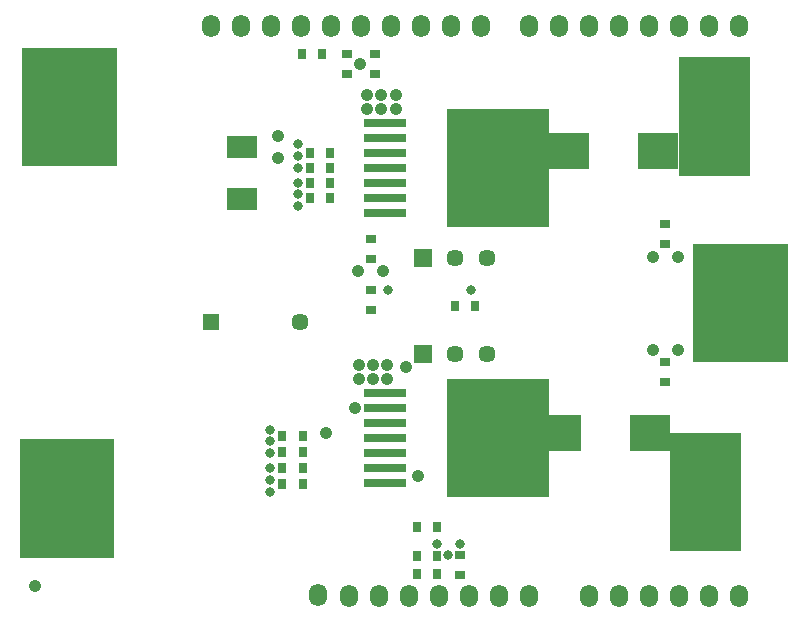
<source format=gts>
%FSLAX33Y33*%
%MOMM*%
%AMRect-W670710-H870710-RO0.500*
21,1,0.67071,0.87071,0.,0.,270*%
%AMRect-W1450000-H1450000-RO0.500*
21,1,1.45,1.45,0.,0.,270*%
%AMRect-W670710-H870710-RO1.000*
21,1,0.67071,0.87071,0.,0.,180*%
%AMRect-W750001-H3550001-RO1.500*
21,1,0.750001,3.550001,0.,0.,90*%
%AMRect-W10000000-H8600001-RO1.500*
21,1,10.,8.600001,0.,0.,90*%
%AMRect-W1800000-H2500000-RO0.500*
21,1,1.8,2.5,0.,0.,270*%
%AMRR-H1905000-W1524000-R762000-RO0.000*
21,1,1.524,0.381,0.,0.,360*
1,1,1.524,0.,0.1905*
1,1,1.524,0.,0.1905*
1,1,1.524,0.,-0.1905*
1,1,1.524,-0.,-0.1905*%
%AMRect-W670710-H870710-RO1.500*
21,1,0.67071,0.87071,0.,0.,90*%
%ADD10C,0.0508*%
%ADD11C,0.8*%
%ADD12C,1.07*%
%ADD13C,0.*%
%ADD14Rect-W670710-H870710-RO0.500*%
%ADD15C,1.45*%
%ADD16Rect-W1450000-H1450000-RO0.500*%
%ADD17Rect-W670710-H870710-RO1.000*%
%ADD18R,1.45X1.45*%
%ADD19C,1.45*%
%ADD20C,0.7*%
%ADD21Rect-W750001-H3550001-RO1.500*%
%ADD22Rect-W10000000-H8600001-RO1.500*%
%ADD23Rect-W1800000-H2500000-RO0.500*%
%ADD24R,0.67071X0.87071*%
%ADD25RR-H1905000-W1524000-R762000-RO0.000*%
%ADD26Rect-W670710-H870710-RO1.500*%
%ADD27R,3.5X3.1*%
D10*
%LNpour fill*%
G01*
X67571Y32369D02*
X67571Y32369D01*
X59622Y32369*
X59622Y22420*
X67571Y22420*
X67571Y32369*
X59622Y22444D02*
X67571Y22444D01*
X59622Y22493D02*
X67571Y22493D01*
X59622Y22543D02*
X67571Y22543D01*
X59622Y22592D02*
X67571Y22592D01*
X59622Y22642D02*
X67571Y22642D01*
X59622Y22691D02*
X67571Y22691D01*
X59622Y22741D02*
X67571Y22741D01*
X59622Y22790D02*
X67571Y22790D01*
X59622Y22840D02*
X67571Y22840D01*
X59622Y22889D02*
X67571Y22889D01*
X59622Y22939D02*
X67571Y22939D01*
X59622Y22989D02*
X67571Y22989D01*
X59622Y23038D02*
X67571Y23038D01*
X59622Y23088D02*
X67571Y23088D01*
X59622Y23137D02*
X67571Y23137D01*
X59622Y23187D02*
X67571Y23187D01*
X59622Y23236D02*
X67571Y23236D01*
X59622Y23286D02*
X67571Y23286D01*
X59622Y23335D02*
X67571Y23335D01*
X59622Y23385D02*
X67571Y23385D01*
X59622Y23434D02*
X67571Y23434D01*
X59622Y23484D02*
X67571Y23484D01*
X59622Y23533D02*
X67571Y23533D01*
X59622Y23583D02*
X67571Y23583D01*
X59622Y23632D02*
X67571Y23632D01*
X59622Y23682D02*
X67571Y23682D01*
X59622Y23732D02*
X67571Y23732D01*
X59622Y23781D02*
X67571Y23781D01*
X59622Y23831D02*
X67571Y23831D01*
X59622Y23880D02*
X67571Y23880D01*
X59622Y23930D02*
X67571Y23930D01*
X59622Y23979D02*
X67571Y23979D01*
X59622Y24029D02*
X67571Y24029D01*
X59622Y24078D02*
X67571Y24078D01*
X59622Y24128D02*
X67571Y24128D01*
X59622Y24177D02*
X67571Y24177D01*
X59622Y24227D02*
X67571Y24227D01*
X59622Y24276D02*
X67571Y24276D01*
X59622Y24326D02*
X67571Y24326D01*
X59622Y24375D02*
X67571Y24375D01*
X59622Y24425D02*
X67571Y24425D01*
X59622Y24474D02*
X67571Y24474D01*
X59622Y24524D02*
X67571Y24524D01*
X59622Y24574D02*
X67571Y24574D01*
X59622Y24623D02*
X67571Y24623D01*
X59622Y24673D02*
X67571Y24673D01*
X59622Y24722D02*
X67571Y24722D01*
X59622Y24772D02*
X67571Y24772D01*
X59622Y24821D02*
X67571Y24821D01*
X59622Y24871D02*
X67571Y24871D01*
X59622Y24920D02*
X67571Y24920D01*
X59622Y24970D02*
X67571Y24970D01*
X59622Y25019D02*
X67571Y25019D01*
X59622Y25069D02*
X67571Y25069D01*
X59622Y25118D02*
X67571Y25118D01*
X59622Y25168D02*
X67571Y25168D01*
X59622Y25217D02*
X67571Y25217D01*
X59622Y25267D02*
X67571Y25267D01*
X59622Y25316D02*
X67571Y25316D01*
X59622Y25366D02*
X67571Y25366D01*
X59622Y25416D02*
X67571Y25416D01*
X59622Y25465D02*
X67571Y25465D01*
X59622Y25515D02*
X67571Y25515D01*
X59622Y25564D02*
X67571Y25564D01*
X59622Y25614D02*
X67571Y25614D01*
X59622Y25663D02*
X67571Y25663D01*
X59622Y25713D02*
X67571Y25713D01*
X59622Y25762D02*
X67571Y25762D01*
X59622Y25812D02*
X67571Y25812D01*
X59622Y25861D02*
X67571Y25861D01*
X59622Y25911D02*
X67571Y25911D01*
X59622Y25960D02*
X67571Y25960D01*
X59622Y26010D02*
X67571Y26010D01*
X59622Y26059D02*
X67571Y26059D01*
X59622Y26109D02*
X67571Y26109D01*
X59622Y26158D02*
X67571Y26158D01*
X59622Y26208D02*
X67571Y26208D01*
X59622Y26258D02*
X67571Y26258D01*
X59622Y26307D02*
X67571Y26307D01*
X59622Y26357D02*
X67571Y26357D01*
X59622Y26406D02*
X67571Y26406D01*
X59622Y26456D02*
X67571Y26456D01*
X59622Y26505D02*
X67571Y26505D01*
X59622Y26555D02*
X67571Y26555D01*
X59622Y26604D02*
X67571Y26604D01*
X59622Y26654D02*
X67571Y26654D01*
X59622Y26703D02*
X67571Y26703D01*
X59622Y26753D02*
X67571Y26753D01*
X59622Y26802D02*
X67571Y26802D01*
X59622Y26852D02*
X67571Y26852D01*
X59622Y26901D02*
X67571Y26901D01*
X59622Y26951D02*
X67571Y26951D01*
X59622Y27000D02*
X67571Y27000D01*
X59622Y27050D02*
X67571Y27050D01*
X59622Y27100D02*
X67571Y27100D01*
X59622Y27149D02*
X67571Y27149D01*
X59622Y27199D02*
X67571Y27199D01*
X59622Y27248D02*
X67571Y27248D01*
X59622Y27298D02*
X67571Y27298D01*
X59622Y27347D02*
X67571Y27347D01*
X59622Y27397D02*
X67571Y27397D01*
X59622Y27446D02*
X67571Y27446D01*
X59622Y27496D02*
X67571Y27496D01*
X59622Y27545D02*
X67571Y27545D01*
X59622Y27595D02*
X67571Y27595D01*
X59622Y27644D02*
X67571Y27644D01*
X59622Y27694D02*
X67571Y27694D01*
X59622Y27743D02*
X67571Y27743D01*
X59622Y27793D02*
X67571Y27793D01*
X59622Y27842D02*
X67571Y27842D01*
X59622Y27892D02*
X67571Y27892D01*
X59622Y27942D02*
X67571Y27942D01*
X59622Y27991D02*
X67571Y27991D01*
X59622Y28041D02*
X67571Y28041D01*
X59622Y28090D02*
X67571Y28090D01*
X59622Y28140D02*
X67571Y28140D01*
X59622Y28189D02*
X67571Y28189D01*
X59622Y28239D02*
X67571Y28239D01*
X59622Y28288D02*
X67571Y28288D01*
X59622Y28338D02*
X67571Y28338D01*
X59622Y28387D02*
X67571Y28387D01*
X59622Y28437D02*
X67571Y28437D01*
X59622Y28486D02*
X67571Y28486D01*
X59622Y28536D02*
X67571Y28536D01*
X59622Y28585D02*
X67571Y28585D01*
X59622Y28635D02*
X67571Y28635D01*
X59622Y28684D02*
X67571Y28684D01*
X59622Y28734D02*
X67571Y28734D01*
X59622Y28784D02*
X67571Y28784D01*
X59622Y28833D02*
X67571Y28833D01*
X59622Y28883D02*
X67571Y28883D01*
X59622Y28932D02*
X67571Y28932D01*
X59622Y28982D02*
X67571Y28982D01*
X59622Y29031D02*
X67571Y29031D01*
X59622Y29081D02*
X67571Y29081D01*
X59622Y29130D02*
X67571Y29130D01*
X59622Y29180D02*
X67571Y29180D01*
X59622Y29229D02*
X67571Y29229D01*
X59622Y29279D02*
X67571Y29279D01*
X59622Y29328D02*
X67571Y29328D01*
X59622Y29378D02*
X67571Y29378D01*
X59622Y29427D02*
X67571Y29427D01*
X59622Y29477D02*
X67571Y29477D01*
X59622Y29527D02*
X67571Y29527D01*
X59622Y29576D02*
X67571Y29576D01*
X59622Y29626D02*
X67571Y29626D01*
X59622Y29675D02*
X67571Y29675D01*
X59622Y29725D02*
X67571Y29725D01*
X59622Y29774D02*
X67571Y29774D01*
X59622Y29824D02*
X67571Y29824D01*
X59622Y29873D02*
X67571Y29873D01*
X59622Y29923D02*
X67571Y29923D01*
X59622Y29972D02*
X67571Y29972D01*
X59622Y30022D02*
X67571Y30022D01*
X59622Y30071D02*
X67571Y30071D01*
X59622Y30121D02*
X67571Y30121D01*
X59622Y30170D02*
X67571Y30170D01*
X59622Y30220D02*
X67571Y30220D01*
X59622Y30269D02*
X67571Y30269D01*
X59622Y30319D02*
X67571Y30319D01*
X59622Y30369D02*
X67571Y30369D01*
X59622Y30418D02*
X67571Y30418D01*
X59622Y30468D02*
X67571Y30468D01*
X59622Y30517D02*
X67571Y30517D01*
X59622Y30567D02*
X67571Y30567D01*
X59622Y30616D02*
X67571Y30616D01*
X59622Y30666D02*
X67571Y30666D01*
X59622Y30715D02*
X67571Y30715D01*
X59622Y30765D02*
X67571Y30765D01*
X59622Y30814D02*
X67571Y30814D01*
X59622Y30864D02*
X67571Y30864D01*
X59622Y30913D02*
X67571Y30913D01*
X59622Y30963D02*
X67571Y30963D01*
X59622Y31012D02*
X67571Y31012D01*
X59622Y31062D02*
X67571Y31062D01*
X59622Y31111D02*
X67571Y31111D01*
X59622Y31161D02*
X67571Y31161D01*
X59622Y31211D02*
X67571Y31211D01*
X59622Y31260D02*
X67571Y31260D01*
X59622Y31310D02*
X67571Y31310D01*
X59622Y31359D02*
X67571Y31359D01*
X59622Y31409D02*
X67571Y31409D01*
X59622Y31458D02*
X67571Y31458D01*
X59622Y31508D02*
X67571Y31508D01*
X59622Y31557D02*
X67571Y31557D01*
X59622Y31607D02*
X67571Y31607D01*
X59622Y31656D02*
X67571Y31656D01*
X59622Y31706D02*
X67571Y31706D01*
X59622Y31755D02*
X67571Y31755D01*
X59622Y31805D02*
X67571Y31805D01*
X59622Y31854D02*
X67571Y31854D01*
X59622Y31904D02*
X67571Y31904D01*
X59622Y31953D02*
X67571Y31953D01*
X59622Y32003D02*
X67571Y32003D01*
X59622Y32053D02*
X67571Y32053D01*
X59622Y32102D02*
X67571Y32102D01*
X59622Y32152D02*
X67571Y32152D01*
X59622Y32201D02*
X67571Y32201D01*
X59622Y32251D02*
X67571Y32251D01*
X59622Y32300D02*
X67571Y32300D01*
X59622Y32350D02*
X67571Y32350D01*
%LNpour fill*%
X10559Y15795D02*
X10559Y15795D01*
X2609Y15795*
X2609Y5846*
X10559Y5846*
X10559Y15795*
X2609Y5870D02*
X10559Y5870D01*
X2609Y5919D02*
X10559Y5919D01*
X2609Y5969D02*
X10559Y5969D01*
X2609Y6018D02*
X10559Y6018D01*
X2609Y6068D02*
X10559Y6068D01*
X2609Y6118D02*
X10559Y6118D01*
X2609Y6167D02*
X10559Y6167D01*
X2609Y6217D02*
X10559Y6217D01*
X2609Y6266D02*
X10559Y6266D01*
X2609Y6316D02*
X10559Y6316D01*
X2609Y6365D02*
X10559Y6365D01*
X2609Y6415D02*
X10559Y6415D01*
X2609Y6464D02*
X10559Y6464D01*
X2609Y6514D02*
X10559Y6514D01*
X2609Y6563D02*
X10559Y6563D01*
X2609Y6613D02*
X10559Y6613D01*
X2609Y6662D02*
X10559Y6662D01*
X2609Y6712D02*
X10559Y6712D01*
X2609Y6761D02*
X10559Y6761D01*
X2609Y6811D02*
X10559Y6811D01*
X2609Y6860D02*
X10559Y6860D01*
X2609Y6910D02*
X10559Y6910D01*
X2609Y6960D02*
X10559Y6960D01*
X2609Y7009D02*
X10559Y7009D01*
X2609Y7059D02*
X10559Y7059D01*
X2609Y7108D02*
X10559Y7108D01*
X2609Y7158D02*
X10559Y7158D01*
X2609Y7207D02*
X10559Y7207D01*
X2609Y7257D02*
X10559Y7257D01*
X2609Y7306D02*
X10559Y7306D01*
X2609Y7356D02*
X10559Y7356D01*
X2609Y7405D02*
X10559Y7405D01*
X2609Y7455D02*
X10559Y7455D01*
X2609Y7504D02*
X10559Y7504D01*
X2609Y7554D02*
X10559Y7554D01*
X2609Y7603D02*
X10559Y7603D01*
X2609Y7653D02*
X10559Y7653D01*
X2609Y7702D02*
X10559Y7702D01*
X2609Y7752D02*
X10559Y7752D01*
X2609Y7802D02*
X10559Y7802D01*
X2609Y7851D02*
X10559Y7851D01*
X2609Y7901D02*
X10559Y7901D01*
X2609Y7950D02*
X10559Y7950D01*
X2609Y8000D02*
X10559Y8000D01*
X2609Y8049D02*
X10559Y8049D01*
X2609Y8099D02*
X10559Y8099D01*
X2609Y8148D02*
X10559Y8148D01*
X2609Y8198D02*
X10559Y8198D01*
X2609Y8247D02*
X10559Y8247D01*
X2609Y8297D02*
X10559Y8297D01*
X2609Y8346D02*
X10559Y8346D01*
X2609Y8396D02*
X10559Y8396D01*
X2609Y8445D02*
X10559Y8445D01*
X2609Y8495D02*
X10559Y8495D01*
X2609Y8544D02*
X10559Y8544D01*
X2609Y8594D02*
X10559Y8594D01*
X2609Y8644D02*
X10559Y8644D01*
X2609Y8693D02*
X10559Y8693D01*
X2609Y8743D02*
X10559Y8743D01*
X2609Y8792D02*
X10559Y8792D01*
X2609Y8842D02*
X10559Y8842D01*
X2609Y8891D02*
X10559Y8891D01*
X2609Y8941D02*
X10559Y8941D01*
X2609Y8990D02*
X10559Y8990D01*
X2609Y9040D02*
X10559Y9040D01*
X2609Y9089D02*
X10559Y9089D01*
X2609Y9139D02*
X10559Y9139D01*
X2609Y9188D02*
X10559Y9188D01*
X2609Y9238D02*
X10559Y9238D01*
X2609Y9287D02*
X10559Y9287D01*
X2609Y9337D02*
X10559Y9337D01*
X2609Y9387D02*
X10559Y9387D01*
X2609Y9436D02*
X10559Y9436D01*
X2609Y9486D02*
X10559Y9486D01*
X2609Y9535D02*
X10559Y9535D01*
X2609Y9585D02*
X10559Y9585D01*
X2609Y9634D02*
X10559Y9634D01*
X2609Y9684D02*
X10559Y9684D01*
X2609Y9733D02*
X10559Y9733D01*
X2609Y9783D02*
X10559Y9783D01*
X2609Y9832D02*
X10559Y9832D01*
X2609Y9882D02*
X10559Y9882D01*
X2609Y9931D02*
X10559Y9931D01*
X2609Y9981D02*
X10559Y9981D01*
X2609Y10030D02*
X10559Y10030D01*
X2609Y10080D02*
X10559Y10080D01*
X2609Y10129D02*
X10559Y10129D01*
X2609Y10179D02*
X10559Y10179D01*
X2609Y10229D02*
X10559Y10229D01*
X2609Y10278D02*
X10559Y10278D01*
X2609Y10328D02*
X10559Y10328D01*
X2609Y10377D02*
X10559Y10377D01*
X2609Y10427D02*
X10559Y10427D01*
X2609Y10476D02*
X10559Y10476D01*
X2609Y10526D02*
X10559Y10526D01*
X2609Y10575D02*
X10559Y10575D01*
X2609Y10625D02*
X10559Y10625D01*
X2609Y10674D02*
X10559Y10674D01*
X2609Y10724D02*
X10559Y10724D01*
X2609Y10773D02*
X10559Y10773D01*
X2609Y10823D02*
X10559Y10823D01*
X2609Y10872D02*
X10559Y10872D01*
X2609Y10922D02*
X10559Y10922D01*
X2609Y10971D02*
X10559Y10971D01*
X2609Y11021D02*
X10559Y11021D01*
X2609Y11071D02*
X10559Y11071D01*
X2609Y11120D02*
X10559Y11120D01*
X2609Y11170D02*
X10559Y11170D01*
X2609Y11219D02*
X10559Y11219D01*
X2609Y11269D02*
X10559Y11269D01*
X2609Y11318D02*
X10559Y11318D01*
X2609Y11368D02*
X10559Y11368D01*
X2609Y11417D02*
X10559Y11417D01*
X2609Y11467D02*
X10559Y11467D01*
X2609Y11516D02*
X10559Y11516D01*
X2609Y11566D02*
X10559Y11566D01*
X2609Y11615D02*
X10559Y11615D01*
X2609Y11665D02*
X10559Y11665D01*
X2609Y11714D02*
X10559Y11714D01*
X2609Y11764D02*
X10559Y11764D01*
X2609Y11813D02*
X10559Y11813D01*
X2609Y11863D02*
X10559Y11863D01*
X2609Y11913D02*
X10559Y11913D01*
X2609Y11962D02*
X10559Y11962D01*
X2609Y12012D02*
X10559Y12012D01*
X2609Y12061D02*
X10559Y12061D01*
X2609Y12111D02*
X10559Y12111D01*
X2609Y12160D02*
X10559Y12160D01*
X2609Y12210D02*
X10559Y12210D01*
X2609Y12259D02*
X10559Y12259D01*
X2609Y12309D02*
X10559Y12309D01*
X2609Y12358D02*
X10559Y12358D01*
X2609Y12408D02*
X10559Y12408D01*
X2609Y12457D02*
X10559Y12457D01*
X2609Y12507D02*
X10559Y12507D01*
X2609Y12556D02*
X10559Y12556D01*
X2609Y12606D02*
X10559Y12606D01*
X2609Y12655D02*
X10559Y12655D01*
X2609Y12705D02*
X10559Y12705D01*
X2609Y12755D02*
X10559Y12755D01*
X2609Y12804D02*
X10559Y12804D01*
X2609Y12854D02*
X10559Y12854D01*
X2609Y12903D02*
X10559Y12903D01*
X2609Y12953D02*
X10559Y12953D01*
X2609Y13002D02*
X10559Y13002D01*
X2609Y13052D02*
X10559Y13052D01*
X2609Y13101D02*
X10559Y13101D01*
X2609Y13151D02*
X10559Y13151D01*
X2609Y13200D02*
X10559Y13200D01*
X2609Y13250D02*
X10559Y13250D01*
X2609Y13299D02*
X10559Y13299D01*
X2609Y13349D02*
X10559Y13349D01*
X2609Y13398D02*
X10559Y13398D01*
X2609Y13448D02*
X10559Y13448D01*
X2609Y13497D02*
X10559Y13497D01*
X2609Y13547D02*
X10559Y13547D01*
X2609Y13597D02*
X10559Y13597D01*
X2609Y13646D02*
X10559Y13646D01*
X2609Y13696D02*
X10559Y13696D01*
X2609Y13745D02*
X10559Y13745D01*
X2609Y13795D02*
X10559Y13795D01*
X2609Y13844D02*
X10559Y13844D01*
X2609Y13894D02*
X10559Y13894D01*
X2609Y13943D02*
X10559Y13943D01*
X2609Y13993D02*
X10559Y13993D01*
X2609Y14042D02*
X10559Y14042D01*
X2609Y14092D02*
X10559Y14092D01*
X2609Y14141D02*
X10559Y14141D01*
X2609Y14191D02*
X10559Y14191D01*
X2609Y14240D02*
X10559Y14240D01*
X2609Y14290D02*
X10559Y14290D01*
X2609Y14340D02*
X10559Y14340D01*
X2609Y14389D02*
X10559Y14389D01*
X2609Y14439D02*
X10559Y14439D01*
X2609Y14488D02*
X10559Y14488D01*
X2609Y14538D02*
X10559Y14538D01*
X2609Y14587D02*
X10559Y14587D01*
X2609Y14637D02*
X10559Y14637D01*
X2609Y14686D02*
X10559Y14686D01*
X2609Y14736D02*
X10559Y14736D01*
X2609Y14785D02*
X10559Y14785D01*
X2609Y14835D02*
X10559Y14835D01*
X2609Y14884D02*
X10559Y14884D01*
X2609Y14934D02*
X10559Y14934D01*
X2609Y14983D02*
X10559Y14983D01*
X2609Y15033D02*
X10559Y15033D01*
X2609Y15082D02*
X10559Y15082D01*
X2609Y15132D02*
X10559Y15132D01*
X2609Y15182D02*
X10559Y15182D01*
X2609Y15231D02*
X10559Y15231D01*
X2609Y15281D02*
X10559Y15281D01*
X2609Y15330D02*
X10559Y15330D01*
X2609Y15380D02*
X10559Y15380D01*
X2609Y15429D02*
X10559Y15429D01*
X2609Y15479D02*
X10559Y15479D01*
X2609Y15528D02*
X10559Y15528D01*
X2609Y15578D02*
X10559Y15578D01*
X2609Y15627D02*
X10559Y15627D01*
X2609Y15677D02*
X10559Y15677D01*
X2609Y15726D02*
X10559Y15726D01*
X2609Y15776D02*
X10559Y15776D01*
%LNpour fill*%
X64375Y48150D02*
X64375Y48150D01*
X58425Y48150*
X58425Y38200*
X64375Y38200*
X64375Y48150*
X58425Y38225D02*
X64375Y38225D01*
X58425Y38274D02*
X64375Y38274D01*
X58425Y38324D02*
X64375Y38324D01*
X58425Y38373D02*
X64375Y38373D01*
X58425Y38423D02*
X64375Y38423D01*
X58425Y38472D02*
X64375Y38472D01*
X58425Y38522D02*
X64375Y38522D01*
X58425Y38571D02*
X64375Y38571D01*
X58425Y38621D02*
X64375Y38621D01*
X58425Y38670D02*
X64375Y38670D01*
X58425Y38720D02*
X64375Y38720D01*
X58425Y38769D02*
X64375Y38769D01*
X58425Y38819D02*
X64375Y38819D01*
X58425Y38868D02*
X64375Y38868D01*
X58425Y38918D02*
X64375Y38918D01*
X58425Y38967D02*
X64375Y38967D01*
X58425Y39017D02*
X64375Y39017D01*
X58425Y39067D02*
X64375Y39067D01*
X58425Y39116D02*
X64375Y39116D01*
X58425Y39166D02*
X64375Y39166D01*
X58425Y39215D02*
X64375Y39215D01*
X58425Y39265D02*
X64375Y39265D01*
X58425Y39314D02*
X64375Y39314D01*
X58425Y39364D02*
X64375Y39364D01*
X58425Y39413D02*
X64375Y39413D01*
X58425Y39463D02*
X64375Y39463D01*
X58425Y39512D02*
X64375Y39512D01*
X58425Y39562D02*
X64375Y39562D01*
X58425Y39611D02*
X64375Y39611D01*
X58425Y39661D02*
X64375Y39661D01*
X58425Y39710D02*
X64375Y39710D01*
X58425Y39760D02*
X64375Y39760D01*
X58425Y39809D02*
X64375Y39809D01*
X58425Y39859D02*
X64375Y39859D01*
X58425Y39909D02*
X64375Y39909D01*
X58425Y39958D02*
X64375Y39958D01*
X58425Y40008D02*
X64375Y40008D01*
X58425Y40057D02*
X64375Y40057D01*
X58425Y40107D02*
X64375Y40107D01*
X58425Y40156D02*
X64375Y40156D01*
X58425Y40206D02*
X64375Y40206D01*
X58425Y40255D02*
X64375Y40255D01*
X58425Y40305D02*
X64375Y40305D01*
X58425Y40354D02*
X64375Y40354D01*
X58425Y40404D02*
X64375Y40404D01*
X58425Y40453D02*
X64375Y40453D01*
X58425Y40503D02*
X64375Y40503D01*
X58425Y40552D02*
X64375Y40552D01*
X58425Y40602D02*
X64375Y40602D01*
X58425Y40651D02*
X64375Y40651D01*
X58425Y40701D02*
X64375Y40701D01*
X58425Y40751D02*
X64375Y40751D01*
X58425Y40800D02*
X64375Y40800D01*
X58425Y40850D02*
X64375Y40850D01*
X58425Y40899D02*
X64375Y40899D01*
X58425Y40949D02*
X64375Y40949D01*
X58425Y40998D02*
X64375Y40998D01*
X58425Y41048D02*
X64375Y41048D01*
X58425Y41097D02*
X64375Y41097D01*
X58425Y41147D02*
X64375Y41147D01*
X58425Y41196D02*
X64375Y41196D01*
X58425Y41246D02*
X64375Y41246D01*
X58425Y41295D02*
X64375Y41295D01*
X58425Y41345D02*
X64375Y41345D01*
X58425Y41394D02*
X64375Y41394D01*
X58425Y41444D02*
X64375Y41444D01*
X58425Y41494D02*
X64375Y41494D01*
X58425Y41543D02*
X64375Y41543D01*
X58425Y41593D02*
X64375Y41593D01*
X58425Y41642D02*
X64375Y41642D01*
X58425Y41692D02*
X64375Y41692D01*
X58425Y41741D02*
X64375Y41741D01*
X58425Y41791D02*
X64375Y41791D01*
X58425Y41840D02*
X64375Y41840D01*
X58425Y41890D02*
X64375Y41890D01*
X58425Y41939D02*
X64375Y41939D01*
X58425Y41989D02*
X64375Y41989D01*
X58425Y42038D02*
X64375Y42038D01*
X58425Y42088D02*
X64375Y42088D01*
X58425Y42137D02*
X64375Y42137D01*
X58425Y42187D02*
X64375Y42187D01*
X58425Y42236D02*
X64375Y42236D01*
X58425Y42286D02*
X64375Y42286D01*
X58425Y42336D02*
X64375Y42336D01*
X58425Y42385D02*
X64375Y42385D01*
X58425Y42435D02*
X64375Y42435D01*
X58425Y42484D02*
X64375Y42484D01*
X58425Y42534D02*
X64375Y42534D01*
X58425Y42583D02*
X64375Y42583D01*
X58425Y42633D02*
X64375Y42633D01*
X58425Y42682D02*
X64375Y42682D01*
X58425Y42732D02*
X64375Y42732D01*
X58425Y42781D02*
X64375Y42781D01*
X58425Y42831D02*
X64375Y42831D01*
X58425Y42880D02*
X64375Y42880D01*
X58425Y42930D02*
X64375Y42930D01*
X58425Y42979D02*
X64375Y42979D01*
X58425Y43029D02*
X64375Y43029D01*
X58425Y43078D02*
X64375Y43078D01*
X58425Y43128D02*
X64375Y43128D01*
X58425Y43178D02*
X64375Y43178D01*
X58425Y43227D02*
X64375Y43227D01*
X58425Y43277D02*
X64375Y43277D01*
X58425Y43326D02*
X64375Y43326D01*
X58425Y43376D02*
X64375Y43376D01*
X58425Y43425D02*
X64375Y43425D01*
X58425Y43475D02*
X64375Y43475D01*
X58425Y43524D02*
X64375Y43524D01*
X58425Y43574D02*
X64375Y43574D01*
X58425Y43623D02*
X64375Y43623D01*
X58425Y43673D02*
X64375Y43673D01*
X58425Y43722D02*
X64375Y43722D01*
X58425Y43772D02*
X64375Y43772D01*
X58425Y43821D02*
X64375Y43821D01*
X58425Y43871D02*
X64375Y43871D01*
X58425Y43920D02*
X64375Y43920D01*
X58425Y43970D02*
X64375Y43970D01*
X58425Y44020D02*
X64375Y44020D01*
X58425Y44069D02*
X64375Y44069D01*
X58425Y44119D02*
X64375Y44119D01*
X58425Y44168D02*
X64375Y44168D01*
X58425Y44218D02*
X64375Y44218D01*
X58425Y44267D02*
X64375Y44267D01*
X58425Y44317D02*
X64375Y44317D01*
X58425Y44366D02*
X64375Y44366D01*
X58425Y44416D02*
X64375Y44416D01*
X58425Y44465D02*
X64375Y44465D01*
X58425Y44515D02*
X64375Y44515D01*
X58425Y44564D02*
X64375Y44564D01*
X58425Y44614D02*
X64375Y44614D01*
X58425Y44663D02*
X64375Y44663D01*
X58425Y44713D02*
X64375Y44713D01*
X58425Y44762D02*
X64375Y44762D01*
X58425Y44812D02*
X64375Y44812D01*
X58425Y44862D02*
X64375Y44862D01*
X58425Y44911D02*
X64375Y44911D01*
X58425Y44961D02*
X64375Y44961D01*
X58425Y45010D02*
X64375Y45010D01*
X58425Y45060D02*
X64375Y45060D01*
X58425Y45109D02*
X64375Y45109D01*
X58425Y45159D02*
X64375Y45159D01*
X58425Y45208D02*
X64375Y45208D01*
X58425Y45258D02*
X64375Y45258D01*
X58425Y45307D02*
X64375Y45307D01*
X58425Y45357D02*
X64375Y45357D01*
X58425Y45406D02*
X64375Y45406D01*
X58425Y45456D02*
X64375Y45456D01*
X58425Y45505D02*
X64375Y45505D01*
X58425Y45555D02*
X64375Y45555D01*
X58425Y45604D02*
X64375Y45604D01*
X58425Y45654D02*
X64375Y45654D01*
X58425Y45704D02*
X64375Y45704D01*
X58425Y45753D02*
X64375Y45753D01*
X58425Y45803D02*
X64375Y45803D01*
X58425Y45852D02*
X64375Y45852D01*
X58425Y45902D02*
X64375Y45902D01*
X58425Y45951D02*
X64375Y45951D01*
X58425Y46001D02*
X64375Y46001D01*
X58425Y46050D02*
X64375Y46050D01*
X58425Y46100D02*
X64375Y46100D01*
X58425Y46149D02*
X64375Y46149D01*
X58425Y46199D02*
X64375Y46199D01*
X58425Y46248D02*
X64375Y46248D01*
X58425Y46298D02*
X64375Y46298D01*
X58425Y46347D02*
X64375Y46347D01*
X58425Y46397D02*
X64375Y46397D01*
X58425Y46447D02*
X64375Y46447D01*
X58425Y46496D02*
X64375Y46496D01*
X58425Y46546D02*
X64375Y46546D01*
X58425Y46595D02*
X64375Y46595D01*
X58425Y46645D02*
X64375Y46645D01*
X58425Y46694D02*
X64375Y46694D01*
X58425Y46744D02*
X64375Y46744D01*
X58425Y46793D02*
X64375Y46793D01*
X58425Y46843D02*
X64375Y46843D01*
X58425Y46892D02*
X64375Y46892D01*
X58425Y46942D02*
X64375Y46942D01*
X58425Y46991D02*
X64375Y46991D01*
X58425Y47041D02*
X64375Y47041D01*
X58425Y47090D02*
X64375Y47090D01*
X58425Y47140D02*
X64375Y47140D01*
X58425Y47189D02*
X64375Y47189D01*
X58425Y47239D02*
X64375Y47239D01*
X58425Y47289D02*
X64375Y47289D01*
X58425Y47338D02*
X64375Y47338D01*
X58425Y47388D02*
X64375Y47388D01*
X58425Y47437D02*
X64375Y47437D01*
X58425Y47487D02*
X64375Y47487D01*
X58425Y47536D02*
X64375Y47536D01*
X58425Y47586D02*
X64375Y47586D01*
X58425Y47635D02*
X64375Y47635D01*
X58425Y47685D02*
X64375Y47685D01*
X58425Y47734D02*
X64375Y47734D01*
X58425Y47784D02*
X64375Y47784D01*
X58425Y47833D02*
X64375Y47833D01*
X58425Y47883D02*
X64375Y47883D01*
X58425Y47932D02*
X64375Y47932D01*
X58425Y47982D02*
X64375Y47982D01*
X58425Y48031D02*
X64375Y48031D01*
X58425Y48081D02*
X64375Y48081D01*
X58425Y48131D02*
X64375Y48131D01*
%LNpour fill*%
X63610Y16336D02*
X63610Y16336D01*
X57661Y16336*
X57661Y6387*
X63610Y6387*
X63610Y16336*
X57661Y6411D02*
X63610Y6411D01*
X57661Y6461D02*
X63610Y6461D01*
X57661Y6510D02*
X63610Y6510D01*
X57661Y6560D02*
X63610Y6560D01*
X57661Y6609D02*
X63610Y6609D01*
X57661Y6659D02*
X63610Y6659D01*
X57661Y6708D02*
X63610Y6708D01*
X57661Y6758D02*
X63610Y6758D01*
X57661Y6807D02*
X63610Y6807D01*
X57661Y6857D02*
X63610Y6857D01*
X57661Y6906D02*
X63610Y6906D01*
X57661Y6956D02*
X63610Y6956D01*
X57661Y7005D02*
X63610Y7005D01*
X57661Y7055D02*
X63610Y7055D01*
X57661Y7104D02*
X63610Y7104D01*
X57661Y7154D02*
X63610Y7154D01*
X57661Y7204D02*
X63610Y7204D01*
X57661Y7253D02*
X63610Y7253D01*
X57661Y7303D02*
X63610Y7303D01*
X57661Y7352D02*
X63610Y7352D01*
X57661Y7402D02*
X63610Y7402D01*
X57661Y7451D02*
X63610Y7451D01*
X57661Y7501D02*
X63610Y7501D01*
X57661Y7550D02*
X63610Y7550D01*
X57661Y7600D02*
X63610Y7600D01*
X57661Y7649D02*
X63610Y7649D01*
X57661Y7699D02*
X63610Y7699D01*
X57661Y7748D02*
X63610Y7748D01*
X57661Y7798D02*
X63610Y7798D01*
X57661Y7847D02*
X63610Y7847D01*
X57661Y7897D02*
X63610Y7897D01*
X57661Y7946D02*
X63610Y7946D01*
X57661Y7996D02*
X63610Y7996D01*
X57661Y8046D02*
X63610Y8046D01*
X57661Y8095D02*
X63610Y8095D01*
X57661Y8145D02*
X63610Y8145D01*
X57661Y8194D02*
X63610Y8194D01*
X57661Y8244D02*
X63610Y8244D01*
X57661Y8293D02*
X63610Y8293D01*
X57661Y8343D02*
X63610Y8343D01*
X57661Y8392D02*
X63610Y8392D01*
X57661Y8442D02*
X63610Y8442D01*
X57661Y8491D02*
X63610Y8491D01*
X57661Y8541D02*
X63610Y8541D01*
X57661Y8590D02*
X63610Y8590D01*
X57661Y8640D02*
X63610Y8640D01*
X57661Y8689D02*
X63610Y8689D01*
X57661Y8739D02*
X63610Y8739D01*
X57661Y8788D02*
X63610Y8788D01*
X57661Y8838D02*
X63610Y8838D01*
X57661Y8888D02*
X63610Y8888D01*
X57661Y8937D02*
X63610Y8937D01*
X57661Y8987D02*
X63610Y8987D01*
X57661Y9036D02*
X63610Y9036D01*
X57661Y9086D02*
X63610Y9086D01*
X57661Y9135D02*
X63610Y9135D01*
X57661Y9185D02*
X63610Y9185D01*
X57661Y9234D02*
X63610Y9234D01*
X57661Y9284D02*
X63610Y9284D01*
X57661Y9333D02*
X63610Y9333D01*
X57661Y9383D02*
X63610Y9383D01*
X57661Y9432D02*
X63610Y9432D01*
X57661Y9482D02*
X63610Y9482D01*
X57661Y9531D02*
X63610Y9531D01*
X57661Y9581D02*
X63610Y9581D01*
X57661Y9630D02*
X63610Y9630D01*
X57661Y9680D02*
X63610Y9680D01*
X57661Y9730D02*
X63610Y9730D01*
X57661Y9779D02*
X63610Y9779D01*
X57661Y9829D02*
X63610Y9829D01*
X57661Y9878D02*
X63610Y9878D01*
X57661Y9928D02*
X63610Y9928D01*
X57661Y9977D02*
X63610Y9977D01*
X57661Y10027D02*
X63610Y10027D01*
X57661Y10076D02*
X63610Y10076D01*
X57661Y10126D02*
X63610Y10126D01*
X57661Y10175D02*
X63610Y10175D01*
X57661Y10225D02*
X63610Y10225D01*
X57661Y10274D02*
X63610Y10274D01*
X57661Y10324D02*
X63610Y10324D01*
X57661Y10373D02*
X63610Y10373D01*
X57661Y10423D02*
X63610Y10423D01*
X57661Y10472D02*
X63610Y10472D01*
X57661Y10522D02*
X63610Y10522D01*
X57661Y10572D02*
X63610Y10572D01*
X57661Y10621D02*
X63610Y10621D01*
X57661Y10671D02*
X63610Y10671D01*
X57661Y10720D02*
X63610Y10720D01*
X57661Y10770D02*
X63610Y10770D01*
X57661Y10819D02*
X63610Y10819D01*
X57661Y10869D02*
X63610Y10869D01*
X57661Y10918D02*
X63610Y10918D01*
X57661Y10968D02*
X63610Y10968D01*
X57661Y11017D02*
X63610Y11017D01*
X57661Y11067D02*
X63610Y11067D01*
X57661Y11116D02*
X63610Y11116D01*
X57661Y11166D02*
X63610Y11166D01*
X57661Y11215D02*
X63610Y11215D01*
X57661Y11265D02*
X63610Y11265D01*
X57661Y11315D02*
X63610Y11315D01*
X57661Y11364D02*
X63610Y11364D01*
X57661Y11414D02*
X63610Y11414D01*
X57661Y11463D02*
X63610Y11463D01*
X57661Y11513D02*
X63610Y11513D01*
X57661Y11562D02*
X63610Y11562D01*
X57661Y11612D02*
X63610Y11612D01*
X57661Y11661D02*
X63610Y11661D01*
X57661Y11711D02*
X63610Y11711D01*
X57661Y11760D02*
X63610Y11760D01*
X57661Y11810D02*
X63610Y11810D01*
X57661Y11859D02*
X63610Y11859D01*
X57661Y11909D02*
X63610Y11909D01*
X57661Y11958D02*
X63610Y11958D01*
X57661Y12008D02*
X63610Y12008D01*
X57661Y12057D02*
X63610Y12057D01*
X57661Y12107D02*
X63610Y12107D01*
X57661Y12157D02*
X63610Y12157D01*
X57661Y12206D02*
X63610Y12206D01*
X57661Y12256D02*
X63610Y12256D01*
X57661Y12305D02*
X63610Y12305D01*
X57661Y12355D02*
X63610Y12355D01*
X57661Y12404D02*
X63610Y12404D01*
X57661Y12454D02*
X63610Y12454D01*
X57661Y12503D02*
X63610Y12503D01*
X57661Y12553D02*
X63610Y12553D01*
X57661Y12602D02*
X63610Y12602D01*
X57661Y12652D02*
X63610Y12652D01*
X57661Y12701D02*
X63610Y12701D01*
X57661Y12751D02*
X63610Y12751D01*
X57661Y12800D02*
X63610Y12800D01*
X57661Y12850D02*
X63610Y12850D01*
X57661Y12899D02*
X63610Y12899D01*
X57661Y12949D02*
X63610Y12949D01*
X57661Y12999D02*
X63610Y12999D01*
X57661Y13048D02*
X63610Y13048D01*
X57661Y13098D02*
X63610Y13098D01*
X57661Y13147D02*
X63610Y13147D01*
X57661Y13197D02*
X63610Y13197D01*
X57661Y13246D02*
X63610Y13246D01*
X57661Y13296D02*
X63610Y13296D01*
X57661Y13345D02*
X63610Y13345D01*
X57661Y13395D02*
X63610Y13395D01*
X57661Y13444D02*
X63610Y13444D01*
X57661Y13494D02*
X63610Y13494D01*
X57661Y13543D02*
X63610Y13543D01*
X57661Y13593D02*
X63610Y13593D01*
X57661Y13642D02*
X63610Y13642D01*
X57661Y13692D02*
X63610Y13692D01*
X57661Y13741D02*
X63610Y13741D01*
X57661Y13791D02*
X63610Y13791D01*
X57661Y13841D02*
X63610Y13841D01*
X57661Y13890D02*
X63610Y13890D01*
X57661Y13940D02*
X63610Y13940D01*
X57661Y13989D02*
X63610Y13989D01*
X57661Y14039D02*
X63610Y14039D01*
X57661Y14088D02*
X63610Y14088D01*
X57661Y14138D02*
X63610Y14138D01*
X57661Y14187D02*
X63610Y14187D01*
X57661Y14237D02*
X63610Y14237D01*
X57661Y14286D02*
X63610Y14286D01*
X57661Y14336D02*
X63610Y14336D01*
X57661Y14385D02*
X63610Y14385D01*
X57661Y14435D02*
X63610Y14435D01*
X57661Y14484D02*
X63610Y14484D01*
X57661Y14534D02*
X63610Y14534D01*
X57661Y14583D02*
X63610Y14583D01*
X57661Y14633D02*
X63610Y14633D01*
X57661Y14683D02*
X63610Y14683D01*
X57661Y14732D02*
X63610Y14732D01*
X57661Y14782D02*
X63610Y14782D01*
X57661Y14831D02*
X63610Y14831D01*
X57661Y14881D02*
X63610Y14881D01*
X57661Y14930D02*
X63610Y14930D01*
X57661Y14980D02*
X63610Y14980D01*
X57661Y15029D02*
X63610Y15029D01*
X57661Y15079D02*
X63610Y15079D01*
X57661Y15128D02*
X63610Y15128D01*
X57661Y15178D02*
X63610Y15178D01*
X57661Y15227D02*
X63610Y15227D01*
X57661Y15277D02*
X63610Y15277D01*
X57661Y15326D02*
X63610Y15326D01*
X57661Y15376D02*
X63610Y15376D01*
X57661Y15425D02*
X63610Y15425D01*
X57661Y15475D02*
X63610Y15475D01*
X57661Y15525D02*
X63610Y15525D01*
X57661Y15574D02*
X63610Y15574D01*
X57661Y15624D02*
X63610Y15624D01*
X57661Y15673D02*
X63610Y15673D01*
X57661Y15723D02*
X63610Y15723D01*
X57661Y15772D02*
X63610Y15772D01*
X57661Y15822D02*
X63610Y15822D01*
X57661Y15871D02*
X63610Y15871D01*
X57661Y15921D02*
X63610Y15921D01*
X57661Y15970D02*
X63610Y15970D01*
X57661Y16020D02*
X63610Y16020D01*
X57661Y16069D02*
X63610Y16069D01*
X57661Y16119D02*
X63610Y16119D01*
X57661Y16168D02*
X63610Y16168D01*
X57661Y16218D02*
X63610Y16218D01*
X57661Y16268D02*
X63610Y16268D01*
X57661Y16317D02*
X63610Y16317D01*
%LNpour fill*%
X10745Y48943D02*
X10745Y48943D01*
X2796Y48943*
X2796Y38993*
X10745Y38993*
X10745Y48943*
X2796Y39018D02*
X10745Y39018D01*
X2796Y39067D02*
X10745Y39067D01*
X2796Y39117D02*
X10745Y39117D01*
X2796Y39166D02*
X10745Y39166D01*
X2796Y39216D02*
X10745Y39216D01*
X2796Y39265D02*
X10745Y39265D01*
X2796Y39315D02*
X10745Y39315D01*
X2796Y39364D02*
X10745Y39364D01*
X2796Y39414D02*
X10745Y39414D01*
X2796Y39463D02*
X10745Y39463D01*
X2796Y39513D02*
X10745Y39513D01*
X2796Y39562D02*
X10745Y39562D01*
X2796Y39612D02*
X10745Y39612D01*
X2796Y39661D02*
X10745Y39661D01*
X2796Y39711D02*
X10745Y39711D01*
X2796Y39760D02*
X10745Y39760D01*
X2796Y39810D02*
X10745Y39810D01*
X2796Y39860D02*
X10745Y39860D01*
X2796Y39909D02*
X10745Y39909D01*
X2796Y39959D02*
X10745Y39959D01*
X2796Y40008D02*
X10745Y40008D01*
X2796Y40058D02*
X10745Y40058D01*
X2796Y40107D02*
X10745Y40107D01*
X2796Y40157D02*
X10745Y40157D01*
X2796Y40206D02*
X10745Y40206D01*
X2796Y40256D02*
X10745Y40256D01*
X2796Y40305D02*
X10745Y40305D01*
X2796Y40355D02*
X10745Y40355D01*
X2796Y40404D02*
X10745Y40404D01*
X2796Y40454D02*
X10745Y40454D01*
X2796Y40503D02*
X10745Y40503D01*
X2796Y40553D02*
X10745Y40553D01*
X2796Y40603D02*
X10745Y40603D01*
X2796Y40652D02*
X10745Y40652D01*
X2796Y40702D02*
X10745Y40702D01*
X2796Y40751D02*
X10745Y40751D01*
X2796Y40801D02*
X10745Y40801D01*
X2796Y40850D02*
X10745Y40850D01*
X2796Y40900D02*
X10745Y40900D01*
X2796Y40949D02*
X10745Y40949D01*
X2796Y40999D02*
X10745Y40999D01*
X2796Y41048D02*
X10745Y41048D01*
X2796Y41098D02*
X10745Y41098D01*
X2796Y41147D02*
X10745Y41147D01*
X2796Y41197D02*
X10745Y41197D01*
X2796Y41246D02*
X10745Y41246D01*
X2796Y41296D02*
X10745Y41296D01*
X2796Y41345D02*
X10745Y41345D01*
X2796Y41395D02*
X10745Y41395D01*
X2796Y41445D02*
X10745Y41445D01*
X2796Y41494D02*
X10745Y41494D01*
X2796Y41544D02*
X10745Y41544D01*
X2796Y41593D02*
X10745Y41593D01*
X2796Y41643D02*
X10745Y41643D01*
X2796Y41692D02*
X10745Y41692D01*
X2796Y41742D02*
X10745Y41742D01*
X2796Y41791D02*
X10745Y41791D01*
X2796Y41841D02*
X10745Y41841D01*
X2796Y41890D02*
X10745Y41890D01*
X2796Y41940D02*
X10745Y41940D01*
X2796Y41989D02*
X10745Y41989D01*
X2796Y42039D02*
X10745Y42039D01*
X2796Y42088D02*
X10745Y42088D01*
X2796Y42138D02*
X10745Y42138D01*
X2796Y42187D02*
X10745Y42187D01*
X2796Y42237D02*
X10745Y42237D01*
X2796Y42287D02*
X10745Y42287D01*
X2796Y42336D02*
X10745Y42336D01*
X2796Y42386D02*
X10745Y42386D01*
X2796Y42435D02*
X10745Y42435D01*
X2796Y42485D02*
X10745Y42485D01*
X2796Y42534D02*
X10745Y42534D01*
X2796Y42584D02*
X10745Y42584D01*
X2796Y42633D02*
X10745Y42633D01*
X2796Y42683D02*
X10745Y42683D01*
X2796Y42732D02*
X10745Y42732D01*
X2796Y42782D02*
X10745Y42782D01*
X2796Y42831D02*
X10745Y42831D01*
X2796Y42881D02*
X10745Y42881D01*
X2796Y42930D02*
X10745Y42930D01*
X2796Y42980D02*
X10745Y42980D01*
X2796Y43029D02*
X10745Y43029D01*
X2796Y43079D02*
X10745Y43079D01*
X2796Y43129D02*
X10745Y43129D01*
X2796Y43178D02*
X10745Y43178D01*
X2796Y43228D02*
X10745Y43228D01*
X2796Y43277D02*
X10745Y43277D01*
X2796Y43327D02*
X10745Y43327D01*
X2796Y43376D02*
X10745Y43376D01*
X2796Y43426D02*
X10745Y43426D01*
X2796Y43475D02*
X10745Y43475D01*
X2796Y43525D02*
X10745Y43525D01*
X2796Y43574D02*
X10745Y43574D01*
X2796Y43624D02*
X10745Y43624D01*
X2796Y43673D02*
X10745Y43673D01*
X2796Y43723D02*
X10745Y43723D01*
X2796Y43772D02*
X10745Y43772D01*
X2796Y43822D02*
X10745Y43822D01*
X2796Y43871D02*
X10745Y43871D01*
X2796Y43921D02*
X10745Y43921D01*
X2796Y43971D02*
X10745Y43971D01*
X2796Y44020D02*
X10745Y44020D01*
X2796Y44070D02*
X10745Y44070D01*
X2796Y44119D02*
X10745Y44119D01*
X2796Y44169D02*
X10745Y44169D01*
X2796Y44218D02*
X10745Y44218D01*
X2796Y44268D02*
X10745Y44268D01*
X2796Y44317D02*
X10745Y44317D01*
X2796Y44367D02*
X10745Y44367D01*
X2796Y44416D02*
X10745Y44416D01*
X2796Y44466D02*
X10745Y44466D01*
X2796Y44515D02*
X10745Y44515D01*
X2796Y44565D02*
X10745Y44565D01*
X2796Y44614D02*
X10745Y44614D01*
X2796Y44664D02*
X10745Y44664D01*
X2796Y44713D02*
X10745Y44713D01*
X2796Y44763D02*
X10745Y44763D01*
X2796Y44813D02*
X10745Y44813D01*
X2796Y44862D02*
X10745Y44862D01*
X2796Y44912D02*
X10745Y44912D01*
X2796Y44961D02*
X10745Y44961D01*
X2796Y45011D02*
X10745Y45011D01*
X2796Y45060D02*
X10745Y45060D01*
X2796Y45110D02*
X10745Y45110D01*
X2796Y45159D02*
X10745Y45159D01*
X2796Y45209D02*
X10745Y45209D01*
X2796Y45258D02*
X10745Y45258D01*
X2796Y45308D02*
X10745Y45308D01*
X2796Y45357D02*
X10745Y45357D01*
X2796Y45407D02*
X10745Y45407D01*
X2796Y45456D02*
X10745Y45456D01*
X2796Y45506D02*
X10745Y45506D01*
X2796Y45556D02*
X10745Y45556D01*
X2796Y45605D02*
X10745Y45605D01*
X2796Y45655D02*
X10745Y45655D01*
X2796Y45704D02*
X10745Y45704D01*
X2796Y45754D02*
X10745Y45754D01*
X2796Y45803D02*
X10745Y45803D01*
X2796Y45853D02*
X10745Y45853D01*
X2796Y45902D02*
X10745Y45902D01*
X2796Y45952D02*
X10745Y45952D01*
X2796Y46001D02*
X10745Y46001D01*
X2796Y46051D02*
X10745Y46051D01*
X2796Y46100D02*
X10745Y46100D01*
X2796Y46150D02*
X10745Y46150D01*
X2796Y46199D02*
X10745Y46199D01*
X2796Y46249D02*
X10745Y46249D01*
X2796Y46298D02*
X10745Y46298D01*
X2796Y46348D02*
X10745Y46348D01*
X2796Y46398D02*
X10745Y46398D01*
X2796Y46447D02*
X10745Y46447D01*
X2796Y46497D02*
X10745Y46497D01*
X2796Y46546D02*
X10745Y46546D01*
X2796Y46596D02*
X10745Y46596D01*
X2796Y46645D02*
X10745Y46645D01*
X2796Y46695D02*
X10745Y46695D01*
X2796Y46744D02*
X10745Y46744D01*
X2796Y46794D02*
X10745Y46794D01*
X2796Y46843D02*
X10745Y46843D01*
X2796Y46893D02*
X10745Y46893D01*
X2796Y46942D02*
X10745Y46942D01*
X2796Y46992D02*
X10745Y46992D01*
X2796Y47041D02*
X10745Y47041D01*
X2796Y47091D02*
X10745Y47091D01*
X2796Y47140D02*
X10745Y47140D01*
X2796Y47190D02*
X10745Y47190D01*
X2796Y47240D02*
X10745Y47240D01*
X2796Y47289D02*
X10745Y47289D01*
X2796Y47339D02*
X10745Y47339D01*
X2796Y47388D02*
X10745Y47388D01*
X2796Y47438D02*
X10745Y47438D01*
X2796Y47487D02*
X10745Y47487D01*
X2796Y47537D02*
X10745Y47537D01*
X2796Y47586D02*
X10745Y47586D01*
X2796Y47636D02*
X10745Y47636D01*
X2796Y47685D02*
X10745Y47685D01*
X2796Y47735D02*
X10745Y47735D01*
X2796Y47784D02*
X10745Y47784D01*
X2796Y47834D02*
X10745Y47834D01*
X2796Y47883D02*
X10745Y47883D01*
X2796Y47933D02*
X10745Y47933D01*
X2796Y47982D02*
X10745Y47982D01*
X2796Y48032D02*
X10745Y48032D01*
X2796Y48082D02*
X10745Y48082D01*
X2796Y48131D02*
X10745Y48131D01*
X2796Y48181D02*
X10745Y48181D01*
X2796Y48230D02*
X10745Y48230D01*
X2796Y48280D02*
X10745Y48280D01*
X2796Y48329D02*
X10745Y48329D01*
X2796Y48379D02*
X10745Y48379D01*
X2796Y48428D02*
X10745Y48428D01*
X2796Y48478D02*
X10745Y48478D01*
X2796Y48527D02*
X10745Y48527D01*
X2796Y48577D02*
X10745Y48577D01*
X2796Y48626D02*
X10745Y48626D01*
X2796Y48676D02*
X10745Y48676D01*
X2796Y48725D02*
X10745Y48725D01*
X2796Y48775D02*
X10745Y48775D01*
X2796Y48824D02*
X10745Y48824D01*
X2796Y48874D02*
X10745Y48874D01*
X2796Y48924D02*
X10745Y48924D01*
%LNtop solder mask_traces*%
D11*
X58650Y7350D03*
X26175Y38812D03*
X9461Y45573D03*
X7475Y8025D03*
X62687Y28999D03*
X60887Y31199D03*
X60400Y44175D03*
X63400Y45175D03*
X58650Y13350D03*
X64487Y28999D03*
X3875Y12425D03*
X7661Y47773D03*
X9461Y43373D03*
X62650Y11350D03*
X66287Y24599D03*
X63587Y27899D03*
X60650Y13350D03*
X61400Y45175D03*
X4775Y11325D03*
D12*
X32556Y22125D03*
D11*
X59650Y10350D03*
X61787Y25699D03*
X7475Y12425D03*
X4775Y9125D03*
X5861Y43373D03*
D12*
X30990Y18490D03*
D13*
X66070Y7625D03*
D11*
X5675Y12425D03*
D12*
X36360Y12714D03*
D11*
X23850Y16619D03*
X64487Y24599D03*
D12*
X56225Y23350D03*
X32050Y44951D03*
X28525Y16352D03*
X33756Y20925D03*
D11*
X65387Y25699D03*
X62687Y26799D03*
X6575Y11325D03*
X59400Y47175D03*
X4961Y46673D03*
X62400Y44175D03*
X60650Y7350D03*
X64487Y31199D03*
X62650Y13350D03*
X59650Y12350D03*
X7661Y41173D03*
X60400Y42175D03*
X6761Y40073D03*
D12*
X32050Y43751D03*
X33388Y30091D03*
D11*
X60650Y11350D03*
X60887Y26799D03*
X37929Y6950D03*
D13*
X13975Y2550D03*
D12*
X33756Y22125D03*
D11*
X63587Y23499D03*
X8561Y44473D03*
X60650Y15350D03*
X60887Y24599D03*
D12*
X35350Y21926D03*
X58325Y23350D03*
D11*
X3875Y10225D03*
X66287Y28999D03*
X59650Y8350D03*
X33800Y28475D03*
X23850Y11349D03*
X8375Y13525D03*
D12*
X31356Y22125D03*
D11*
X61650Y10350D03*
X6575Y13525D03*
X59400Y43175D03*
X8561Y46673D03*
X60400Y46175D03*
X65387Y23499D03*
X66287Y26799D03*
X9461Y47773D03*
X62400Y46175D03*
X64487Y26799D03*
D13*
X15275Y50800D03*
D12*
X56250Y31275D03*
D11*
X6575Y6925D03*
D12*
X34450Y43751D03*
D11*
X26175Y37542D03*
X6761Y44473D03*
X6761Y42273D03*
X61400Y43175D03*
D12*
X34450Y44951D03*
D11*
X4061Y47773D03*
X59400Y39175D03*
X4961Y44473D03*
D13*
X66070Y35550D03*
D11*
X61400Y39175D03*
X3875Y8025D03*
X61787Y30099D03*
D12*
X3900Y3350D03*
D11*
X65387Y30099D03*
X66287Y31199D03*
X5675Y8025D03*
X5861Y47773D03*
D12*
X33250Y44951D03*
D11*
X62650Y9350D03*
X59650Y14350D03*
X60400Y40175D03*
D12*
X31408Y47575D03*
X58350Y31275D03*
D11*
X7661Y43373D03*
D12*
X31288Y30091D03*
D11*
X4061Y45573D03*
X4775Y13525D03*
X4961Y42273D03*
X4061Y43373D03*
D12*
X31356Y20925D03*
D11*
X8375Y11325D03*
X8561Y42273D03*
X61650Y12350D03*
X6575Y9125D03*
X5675Y10225D03*
X7661Y45573D03*
D12*
X24475Y39646D03*
D11*
X63400Y41175D03*
X23850Y14619D03*
X9275Y14625D03*
X65387Y27899D03*
X9275Y8025D03*
X9275Y10225D03*
X26175Y40812D03*
X63587Y25699D03*
X9461Y41173D03*
X38865Y6010D03*
X59400Y41175D03*
X59400Y45175D03*
X63400Y43175D03*
X6761Y46673D03*
X23850Y12349D03*
X58650Y15350D03*
X62687Y31199D03*
X8375Y9125D03*
X8561Y40073D03*
X63400Y39175D03*
X26175Y35542D03*
X62400Y42175D03*
X62650Y7350D03*
X8375Y6925D03*
X3875Y14625D03*
X4961Y40073D03*
X4061Y41173D03*
X61650Y14350D03*
X63400Y47175D03*
D12*
X33250Y43751D03*
X32556Y20925D03*
D11*
X58650Y11350D03*
X62650Y15350D03*
X62400Y40175D03*
X9275Y12425D03*
X5861Y45573D03*
X23850Y13349D03*
X23850Y15619D03*
X7475Y10225D03*
X58650Y9350D03*
X5861Y41173D03*
X61400Y47175D03*
X63587Y30099D03*
X61650Y8350D03*
X61400Y41175D03*
X61787Y27899D03*
X39878Y6950D03*
X4775Y6925D03*
D12*
X24475Y41446D03*
D11*
X62687Y24599D03*
X7475Y14625D03*
X60650Y9350D03*
X60887Y28999D03*
X40825Y28475D03*
X5675Y14625D03*
X61787Y23499D03*
X26175Y39812D03*
X26175Y36542D03*
%LNtop solder mask component ea07fd4ff4997684*%
D14*
X32352Y28475D03*
X32352Y26775D03*
%LNtop solder mask component c87bc061f1744b52*%
D15*
X42186Y31163D03*
X39496Y31163D03*
D16*
X36806Y31163D03*
%LNtop solder mask component 11c37bdc9c142eb1*%
D17*
X37929Y8335D03*
X36229Y8335D03*
%LNtop solder mask component 3eb2963af9ff2030*%
D18*
X18825Y25725D03*
D19*
X26325Y25725D03*
%LNtop solder mask component 8bb0fe85e55078e9*%
D20*
X39700Y20325D03*
X41700Y20325D03*
X43700Y20325D03*
X45700Y20325D03*
X40700Y19075D03*
X42700Y19075D03*
X44700Y19075D03*
X44700Y16575D03*
X45700Y17825D03*
X43700Y17825D03*
X42700Y16575D03*
X40700Y16575D03*
X39700Y17825D03*
X41700Y17825D03*
X44700Y14075D03*
X45700Y15325D03*
X43700Y15325D03*
X42700Y14075D03*
X40700Y14075D03*
X39700Y15325D03*
X41700Y15325D03*
X44700Y11575D03*
X45700Y12825D03*
X43700Y12825D03*
X42700Y11575D03*
X40700Y11575D03*
X39700Y12825D03*
X41700Y12825D03*
D21*
X33575Y19760D03*
X33575Y18490D03*
X33575Y17220D03*
X33575Y15950D03*
X33575Y14680D03*
X33575Y13410D03*
X33575Y12140D03*
D22*
X43125Y15950D03*
%LNtop solder mask component db61931e5f035644*%
D17*
X26575Y14725D03*
X24875Y14725D03*
%LNtop solder mask component 7137e71a4cea728d*%
D23*
X21425Y40546D03*
X21425Y36126D03*
%LNtop solder mask component 4d3a6ebc9d54f9cd*%
D14*
X32693Y48425D03*
X32693Y46725D03*
%LNtop solder mask component cd382a3683b8f075*%
D17*
X26575Y16052D03*
X24875Y16052D03*
%LNtop solder mask component d2d1590e89a861b1*%
D24*
X24875Y13349D03*
X26575Y13349D03*
%LNtop solder mask component d734a5d7e1a48692*%
D25*
X53340Y2540D03*
X36576Y50800D03*
X60960Y2540D03*
X58420Y2540D03*
X45720Y50800D03*
X30480Y2540D03*
X43180Y2540D03*
X31496Y50800D03*
X58420Y50800D03*
X39116Y50800D03*
X41656Y50800D03*
X38100Y2540D03*
X63500Y50800D03*
X48260Y50800D03*
X26416Y50800D03*
X18796Y50800D03*
X53340Y50800D03*
X55880Y50800D03*
X34036Y50800D03*
X45720Y2540D03*
X40640Y2540D03*
X23876Y50800D03*
X27900Y2600D03*
X35560Y2540D03*
X55880Y2540D03*
X63500Y2540D03*
X50800Y50800D03*
X50800Y2540D03*
X33020Y2540D03*
X60960Y50800D03*
X28956Y50800D03*
X21336Y50800D03*
%LNtop solder mask component 43c215aac44ae54e*%
D15*
X42186Y23012D03*
X39496Y23012D03*
D16*
X36806Y23012D03*
%LNtop solder mask component 0cfafaa410137a58*%
D14*
X57300Y34000D03*
X57300Y32300D03*
%LNtop solder mask component 3ce2933df4b04c48*%
D20*
X39700Y43126D03*
X41700Y43126D03*
X43700Y43126D03*
X45700Y43126D03*
X40700Y41876D03*
X42700Y41876D03*
X44700Y41876D03*
X44700Y39376D03*
X45700Y40626D03*
X43700Y40626D03*
X42700Y39376D03*
X40700Y39376D03*
X39700Y40626D03*
X41700Y40626D03*
X44700Y36876D03*
X45700Y38126D03*
X43700Y38126D03*
X42700Y36876D03*
X40700Y36876D03*
X39700Y38126D03*
X41700Y38126D03*
X44700Y34376D03*
X45700Y35626D03*
X43700Y35626D03*
X42700Y34376D03*
X40700Y34376D03*
X39700Y35626D03*
X41700Y35626D03*
D21*
X33575Y42561D03*
X33575Y41291D03*
X33575Y40021D03*
X33575Y38751D03*
X33575Y37481D03*
X33575Y36211D03*
X33575Y34941D03*
D22*
X43125Y38751D03*
%LNtop solder mask component 6df1a0f1c6ef3c6a*%
D26*
X39878Y4310D03*
X39878Y6010D03*
%LNtop solder mask component 49e4e2322de7130e*%
D17*
X28900Y40082D03*
X27200Y40082D03*
%LNtop solder mask component 85390a75f14b6068*%
D14*
X32352Y32725D03*
X32352Y31025D03*
%LNtop solder mask component fab8c58c7bc5192a*%
D27*
X48460Y16350D03*
X55960Y16350D03*
D11*
X47210Y17400D03*
X48448Y17400D03*
X49685Y17400D03*
X47210Y15306D03*
X49685Y15306D03*
X48448Y15306D03*
X49067Y16350D03*
X47829Y16350D03*
X54723Y17400D03*
X55960Y17400D03*
X57198Y17400D03*
X56579Y16350D03*
X55342Y16350D03*
X57198Y15306D03*
X54723Y15306D03*
X55960Y15306D03*
%LNtop solder mask component 8e6e433721e33b4f*%
D24*
X39496Y27075D03*
X41196Y27075D03*
%LNtop solder mask component 64e381ecda86371f*%
D17*
X26575Y12025D03*
X24875Y12025D03*
%LNtop solder mask component fca6e894d8537711*%
D14*
X30299Y48425D03*
X30299Y46725D03*
%LNtop solder mask component 23d9f258c1d46145*%
D24*
X36229Y4410D03*
X37929Y4410D03*
%LNtop solder mask component 705094b2a077bcc6*%
X36229Y5910D03*
X37929Y5910D03*
%LNtop solder mask component a7aed7fea1efd697*%
D17*
X28194Y48425D03*
X26494Y48425D03*
%LNtop solder mask component 346f0da3333319ea*%
D27*
X49175Y40175D03*
X56675Y40175D03*
D11*
X47925Y41225D03*
X49163Y41225D03*
X50400Y41225D03*
X47925Y39131D03*
X50400Y39131D03*
X49163Y39131D03*
X49781Y40175D03*
X48544Y40175D03*
X55438Y41225D03*
X56675Y41225D03*
X57913Y41225D03*
X57294Y40175D03*
X56056Y40175D03*
X57913Y39131D03*
X55438Y39131D03*
X56675Y39131D03*
%LNtop solder mask component da3eb70409a45156*%
D17*
X28900Y38812D03*
X27200Y38812D03*
%LNtop solder mask component 7a765de22fa4a192*%
X28900Y36272D03*
X27200Y36272D03*
%LNtop solder mask component 30ac9311f028b718*%
D24*
X27200Y37542D03*
X28900Y37542D03*
%LNtop solder mask component 14ae6f913210defb*%
D26*
X57275Y20650D03*
X57275Y22350D03*
M02*
</source>
